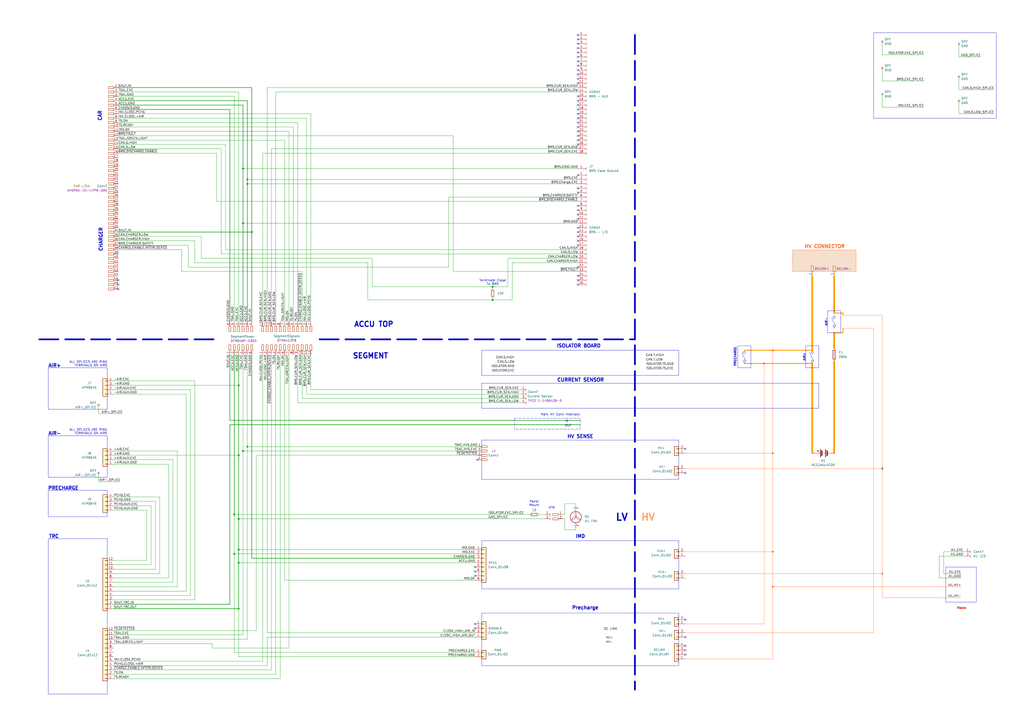
<source format=kicad_sch>
(kicad_sch (version 20231120) (generator "eeschema") (generator_version "8.0")
  (paper "A2")
  (title_block (title "LOOM - ACCUMULATOR"))
  (junction (at 143.51 106.68))
  (junction (at 448.31 320.04) (color 255 100 28 1))
  (junction (at 138.43 353.06))
  (junction (at 143.51 104.14))
  (junction (at 138.43 300.99))
  (junction (at 138.43 318.77))
  (junction (at 138.43 326.39))
  (junction (at 140.97 97.79))
  (junction (at 443.23 210.82) (color 255 100 28 1))
  (junction (at 143.51 259.08))
  (junction (at 511.81 332.74) (color 255 100 28 1))
  (junction (at 511.81 271.78))
  (junction (at 448.31 203.2) (color 255 100 28 1))
  (junction (at 448.31 340.36) (color 255 100 28 1))
  (junction (at 146.05 134.62))
  (junction (at 285.75 173.99))
  (junction (at 138.43 223.52))
  (junction (at 135.89 298.45))
  (junction (at 285.75 166.37))
  (junction (at 448.31 262.89) (color 255 100 28 1))
  (junction (at 135.89 321.31))
  (junction (at 140.97 261.62))
  (junction (at 140.97 129.54))
  (junction (at 138.43 264.16))
  (no_connect (at 68.58 167.64))
  (no_connect (at 68.58 162.56))
  (no_connect (at 335.28 142.24))
  (no_connect (at 335.28 22.86))
  (no_connect (at 335.28 162.56))
  (no_connect (at 335.28 45.72))
  (no_connect (at 335.28 48.26))
  (no_connect (at 335.28 63.5))
  (no_connect (at 335.28 55.88))
  (no_connect (at 335.28 160.02))
  (no_connect (at 335.28 68.58))
  (no_connect (at 335.28 124.46))
  (no_connect (at 335.28 127))
  (no_connect (at 397.51 379.73))
  (no_connect (at 335.28 71.12))
  (no_connect (at 335.28 134.62))
  (no_connect (at 397.51 369.57))
  (no_connect (at 335.28 76.2))
  (no_connect (at 335.28 33.02))
  (no_connect (at 335.28 111.76))
  (no_connect (at 335.28 137.16))
  (no_connect (at 397.51 377.19))
  (no_connect (at 335.28 60.96))
  (no_connect (at 397.51 374.65))
  (no_connect (at 335.28 30.48))
  (no_connect (at 276.86 266.7))
  (no_connect (at 335.28 109.22))
  (no_connect (at 335.28 83.82))
  (no_connect (at 335.28 101.6))
  (no_connect (at 335.28 132.08))
  (no_connect (at 335.28 165.1))
  (no_connect (at 335.28 25.4))
  (no_connect (at 397.51 260.35))
  (no_connect (at 335.28 27.94))
  (no_connect (at 335.28 43.18))
  (no_connect (at 335.28 78.74))
  (no_connect (at 335.28 20.32))
  (no_connect (at 275.59 328.93))
  (no_connect (at 335.28 35.56))
  (no_connect (at 335.28 58.42))
  (no_connect (at 275.59 361.95))
  (no_connect (at 335.28 121.92))
  (no_connect (at 335.28 139.7))
  (no_connect (at 335.28 38.1))
  (no_connect (at 335.28 119.38))
  (no_connect (at 275.59 364.49))
  (no_connect (at 335.28 73.66))
  (no_connect (at 335.28 81.28))
  (no_connect (at 397.51 274.32))
  (no_connect (at 275.59 331.47))
  (no_connect (at 335.28 66.04))
  (no_connect (at 397.51 359.41))
  (no_connect (at 335.28 154.94))
  (no_connect (at 68.58 165.1))
  (no_connect (at 275.59 334.01))
  (no_connect (at 335.28 40.64))
  (wire (pts (xy 152.4 88.9) (xy 152.4 186.69)))
  (wire (pts (xy 448.31 320.04) (xy 448.31 340.36)) (stroke (width 0) (color 255 100 28 1)))
  (polyline (pts (xy 471.805 209.55) (xy 471.805 208.915)))
  (wire (pts (xy 107.95 228.6) (xy 66.04 228.6)))
  (wire (pts (xy 334.01 307.34) (xy 334.01 306.07)))
  (wire (pts (xy 544.83 335.28) (xy 544.83 322.58)))
  (wire (pts (xy 483.87 193.04) (xy 483.87 201.93)) (stroke (width 1) (color 255 153 0 1)))
  (wire (pts (xy 327.66 292.1) (xy 334.01 292.1)))
  (wire (pts (xy 133.35 63.5) (xy 133.35 186.69)) (stroke (width 0.3)))
  (wire (pts (xy 68.58 53.34) (xy 138.43 53.34)))
  (wire (pts (xy 66.04 373.38) (xy 123.19 373.38)))
  (wire (pts (xy 511.81 46.99) (xy 535.94 46.99)))
  (wire (pts (xy 143.51 106.68) (xy 143.51 186.69)) (stroke (width 0.3)))
  (wire (pts (xy 511.81 182.88) (xy 488.95 182.88)) (stroke (width 0) (color 255 100 28 1)))
  (wire (pts (xy 327.66 300.99) (xy 327.66 307.34)))
  (polyline (pts (xy 368.3 20.32) (xy 368.3 400.05)) (stroke (width 1) (type dash)))
  (wire (pts (xy 66.04 223.52) (xy 138.43 223.52)))
  (wire (pts (xy 177.8 68.58) (xy 68.58 68.58)))
  (wire (pts (xy 488.95 190.5) (xy 488.95 193.04)) (stroke (width 0.5) (color 255 153 0 1)))
  (wire (pts (xy 397.51 262.89) (xy 448.31 262.89)) (stroke (width 0) (color 255 100 28 1)))
  (wire (pts (xy 213.36 173.99) (xy 285.75 173.99)))
  (wire (pts (xy 146.05 134.62) (xy 146.05 186.69)) (stroke (width 0.3)))
  (wire (pts (xy 140.97 60.96) (xy 68.58 60.96)) (stroke (width 0.3)))
  (wire (pts (xy 138.43 381) (xy 275.59 381)))
  (wire (pts (xy 483.87 181.61) (xy 483.87 160.02)) (stroke (width 1) (color 255 153 0 1)))
  (wire (pts (xy 68.58 58.42) (xy 143.51 58.42)) (stroke (width 0.3)))
  (wire (pts (xy 143.51 104.14) (xy 335.28 104.14)))
  (wire (pts (xy 175.26 231.14) (xy 302.26 231.14)))
  (wire (pts (xy 297.18 173.99) (xy 297.18 152.4)))
  (wire (pts (xy 90.17 290.83) (xy 66.04 290.83)))
  (wire (pts (xy 66.04 368.3) (xy 140.97 368.3)))
  (wire (pts (xy 172.72 71.12) (xy 68.58 71.12)))
  (wire (pts (xy 262.89 78.74) (xy 262.89 157.48)))
  (polyline (pts (xy 484.505 189.23) (xy 484.505 188.595)))
  (wire (pts (xy 123.19 373.38) (xy 123.19 375.92)))
  (wire (pts (xy 68.58 50.8) (xy 146.05 50.8)) (stroke (width 0.3)))
  (wire (pts (xy 68.58 63.5) (xy 133.35 63.5)) (stroke (width 0.3)))
  (wire (pts (xy 327.66 298.45) (xy 327.66 292.1)))
  (wire (pts (xy 180.34 66.04) (xy 180.34 186.69)))
  (wire (pts (xy 66.04 335.28) (xy 97.79 335.28)))
  (wire (pts (xy 154.94 186.69) (xy 154.94 50.8)))
  (wire (pts (xy 167.64 375.92) (xy 167.64 205.74)))
  (wire (pts (xy 488.95 181.61) (xy 488.95 182.88)) (stroke (width 0.5) (color 255 153 0 1)))
  (wire (pts (xy 66.04 386.08) (xy 154.94 386.08)))
  (polyline (pts (xy 482.6 184.785) (xy 482.6 184.15)))
  (wire (pts (xy 125.73 116.84) (xy 125.73 88.9)))
  (wire (pts (xy 66.04 226.06) (xy 110.49 226.06)))
  (wire (pts (xy 154.94 369.57) (xy 275.59 369.57)))
  (wire (pts (xy 138.43 318.77) (xy 275.59 318.77)))
  (wire (pts (xy 68.58 134.62) (xy 146.05 134.62)) (stroke (width 0.3)))
  (polyline (pts (xy 484.505 188.595) (xy 482.6 184.785)))
  (wire (pts (xy 544.83 322.58) (xy 560.07 322.58)))
  (polyline (pts (xy 471.17 210.185) (xy 471.17 210.82)))
  (wire (pts (xy 140.97 261.62) (xy 276.86 261.62)))
  (wire (pts (xy 556.26 44.45) (xy 556.26 52.07)))
  (wire (pts (xy 285.75 173.99) (xy 297.18 173.99)))
  (wire (pts (xy 511.81 62.23) (xy 535.94 62.23)))
  (wire (pts (xy 133.35 350.52) (xy 66.04 350.52)) (stroke (width 0.3)))
  (wire (pts (xy 294.64 149.86) (xy 335.28 149.86)))
  (wire (pts (xy 143.51 259.08) (xy 143.51 370.84)))
  (wire (pts (xy 165.1 186.69) (xy 165.1 81.28)))
  (wire (pts (xy 66.04 347.98) (xy 113.03 347.98)))
  (wire (pts (xy 167.64 186.69) (xy 167.64 76.2)))
  (wire (pts (xy 397.51 332.74) (xy 511.81 332.74)) (stroke (width 0) (color 255 100 28 1)))
  (wire (pts (xy 92.71 288.29) (xy 66.04 288.29)))
  (wire (pts (xy 275.59 336.55) (xy 165.1 336.55)))
  (wire (pts (xy 113.03 152.4) (xy 213.36 152.4)))
  (wire (pts (xy 138.43 300.99) (xy 138.43 318.77)) (stroke (width 0.3)))
  (wire (pts (xy 148.59 365.76) (xy 148.59 264.16)))
  (wire (pts (xy 471.17 160.02) (xy 471.17 203.2)) (stroke (width 1) (color 255 153 0 1)))
  (wire (pts (xy 92.71 332.74) (xy 92.71 288.29)))
  (wire (pts (xy 160.02 53.34) (xy 160.02 186.69)))
  (wire (pts (xy 66.04 391.16) (xy 160.02 391.16)))
  (polyline (pts (xy 471.17 203.835) (xy 471.17 203.2)))
  (wire (pts (xy 66.04 365.76) (xy 148.59 365.76)))
  (wire (pts (xy 130.81 144.78) (xy 335.28 144.78)))
  (wire (pts (xy 215.9 149.86) (xy 116.84 149.86)))
  (wire (pts (xy 556.26 25.4) (xy 556.26 33.02)))
  (wire (pts (xy 285.75 166.37) (xy 215.9 166.37)))
  (wire (pts (xy 448.31 340.36) (xy 557.53 340.36)) (stroke (width 0) (color 255 100 28 1)))
  (wire (pts (xy 557.53 332.74) (xy 547.37 332.74)))
  (wire (pts (xy 165.1 81.28) (xy 68.58 81.28)))
  (wire (pts (xy 140.97 97.79) (xy 140.97 129.54)) (stroke (width 0.3)))
  (wire (pts (xy 557.53 335.28) (xy 544.83 335.28)))
  (wire (pts (xy 66.04 388.62) (xy 157.48 388.62)))
  (wire (pts (xy 506.73 190.5) (xy 488.95 190.5)) (stroke (width 0) (color 255 100 28 1)))
  (wire (pts (xy 431.8 210.82) (xy 443.23 210.82)) (stroke (width 0.5) (color 255 153 0 1)))
  (wire (pts (xy 140.97 261.62) (xy 140.97 368.3)))
  (wire (pts (xy 107.95 342.9) (xy 107.95 228.6)))
  (wire (pts (xy 133.35 246.38) (xy 133.35 350.52)) (stroke (width 0.3)))
  (wire (pts (xy 397.51 320.04) (xy 448.31 320.04)) (stroke (width 0) (color 255 100 28 1)))
  (wire (pts (xy 297.18 152.4) (xy 335.28 152.4)))
  (wire (pts (xy 138.43 223.52) (xy 138.43 264.16)) (stroke (width 0.3)))
  (wire (pts (xy 135.89 321.31) (xy 275.59 321.31)))
  (wire (pts (xy 157.48 186.69) (xy 157.48 86.36)))
  (wire (pts (xy 110.49 345.44) (xy 66.04 345.44)))
  (wire (pts (xy 100.33 337.82) (xy 66.04 337.82)))
  (wire (pts (xy 113.03 139.7) (xy 113.03 152.4)))
  (wire (pts (xy 133.35 243.84) (xy 133.35 205.74)) (stroke (width 0.3)))
  (wire (pts (xy 152.4 88.9) (xy 335.28 88.9)))
  (wire (pts (xy 100.33 266.7) (xy 100.33 337.82)))
  (wire (pts (xy 90.17 330.2) (xy 90.17 290.83)))
  (wire (pts (xy 68.58 88.9) (xy 125.73 88.9)))
  (wire (pts (xy 547.37 320.04) (xy 560.07 320.04)))
  (wire (pts (xy 68.58 86.36) (xy 128.27 86.36)))
  (wire (pts (xy 66.04 325.12) (xy 85.09 325.12)))
  (wire (pts (xy 133.35 243.84) (xy 336.55 243.84)) (stroke (width 0.3)))
  (wire (pts (xy 213.36 152.4) (xy 213.36 173.99)))
  (wire (pts (xy 140.97 205.74) (xy 140.97 261.62)))
  (wire (pts (xy 177.8 186.69) (xy 177.8 68.58)))
  (wire (pts (xy 138.43 300.99) (xy 316.23 300.99)))
  (wire (pts (xy 177.8 228.6) (xy 177.8 205.74)))
  (wire (pts (xy 172.72 233.68) (xy 172.72 205.74)))
  (wire (pts (xy 175.26 186.69) (xy 175.26 157.48)))
  (wire (pts (xy 443.23 361.95) (xy 443.23 210.82)) (stroke (width 0) (color 255 100 28 1)))
  (wire (pts (xy 133.35 246.38) (xy 336.55 246.38)) (stroke (width 0.3)))
  (wire (pts (xy 110.49 226.06) (xy 110.49 345.44)))
  (wire (pts (xy 68.58 139.7) (xy 113.03 139.7)))
  (wire (pts (xy 135.89 298.45) (xy 135.89 205.74)) (stroke (width 0.3)))
  (wire (pts (xy 143.51 58.42) (xy 143.51 104.14)) (stroke (width 0.3)))
  (polyline (pts (xy 431.8 203.835) (xy 431.8 203.2)))
  (wire (pts (xy 68.58 55.88) (xy 135.89 55.88)))
  (wire (pts (xy 57.15 279.4) (xy 57.15 274.32)))
  (polyline (pts (xy 432.435 208.915) (xy 430.53 205.105)))
  (wire (pts (xy 68.58 142.24) (xy 109.22 142.24)))
  (wire (pts (xy 215.9 166.37) (xy 215.9 149.86)))
  (wire (pts (xy 180.34 226.06) (xy 180.34 205.74)))
  (wire (pts (xy 448.31 340.36) (xy 448.31 382.27)) (stroke (width 0) (color 255 100 28 1)))
  (wire (pts (xy 162.56 205.74) (xy 162.56 393.7)))
  (wire (pts (xy 138.43 326.39) (xy 275.59 326.39)))
  (wire (pts (xy 471.17 262.89) (xy 472.44 262.89)) (stroke (width 0.5) (color 255 153 0 1)))
  (wire (pts (xy 285.75 166.37) (xy 285.75 167.64)))
  (wire (pts (xy 140.97 97.79) (xy 335.28 97.79)))
  (wire (pts (xy 140.97 129.54) (xy 335.28 129.54)))
  (wire (pts (xy 260.35 154.94) (xy 260.35 114.3)))
  (wire (pts (xy 87.63 293.37) (xy 66.04 293.37)))
  (wire (pts (xy 260.35 114.3) (xy 335.28 114.3)))
  (wire (pts (xy 97.79 269.24) (xy 66.04 269.24)))
  (wire (pts (xy 102.87 340.36) (xy 102.87 261.62)))
  (wire (pts (xy 326.39 298.45) (xy 327.66 298.45)))
  (wire (pts (xy 130.81 83.82) (xy 68.58 83.82)))
  (wire (pts (xy 443.23 210.82) (xy 471.17 210.82)) (stroke (width 0.5) (color 255 153 0 1)))
  (wire (pts (xy 556.26 52.07) (xy 576.58 52.07)))
  (wire (pts (xy 397.51 271.78) (xy 511.81 271.78)) (stroke (width 0) (color 255 100 28 1)))
  (wire (pts (xy 262.89 157.48) (xy 335.28 157.48)))
  (wire (pts (xy 294.64 149.86) (xy 294.64 166.37)))
  (wire (pts (xy 511.81 271.78) (xy 511.81 332.74)) (stroke (width 0) (color 255 100 28 1)))
  (wire (pts (xy 556.26 66.04) (xy 576.58 66.04)))
  (wire (pts (xy 85.09 295.91) (xy 66.04 295.91)))
  (wire (pts (xy 57.15 240.03) (xy 57.15 234.95)))
  (wire (pts (xy 511.81 39.37) (xy 511.81 46.99)))
  (wire (pts (xy 154.94 369.57) (xy 154.94 386.08)))
  (wire (pts (xy 397.51 382.27) (xy 448.31 382.27)) (stroke (width 0) (color 255 100 28 1)))
  (wire (pts (xy 180.34 226.06) (xy 302.26 226.06)))
  (wire (pts (xy 511.81 31.75) (xy 535.94 31.75)))
  (wire (pts (xy 175.26 157.48) (xy 105.41 157.48)))
  (wire (pts (xy 85.09 325.12) (xy 85.09 295.91)))
  (wire (pts (xy 327.66 307.34) (xy 334.01 307.34)))
  (wire (pts (xy 128.27 86.36) (xy 128.27 147.32)))
  (wire (pts (xy 138.43 326.39) (xy 138.43 353.06)) (stroke (width 0.3)))
  (wire (pts (xy 66.04 332.74) (xy 92.71 332.74)))
  (wire (pts (xy 135.89 55.88) (xy 135.89 186.69)))
  (wire (pts (xy 511.81 271.78) (xy 511.81 182.88)) (stroke (width 0) (color 255 100 28 1)))
  (wire (pts (xy 326.39 300.99) (xy 327.66 300.99)))
  (wire (pts (xy 488.95 193.04) (xy 483.87 193.04)) (stroke (width 0.5) (color 255 153 0 1)))
  (wire (pts (xy 102.87 261.62) (xy 66.04 261.62)))
  (wire (pts (xy 57.15 279.4) (xy 69.85 279.4)))
  (wire (pts (xy 66.04 353.06) (xy 138.43 353.06)) (stroke (width 0.3)))
  (wire (pts (xy 66.04 383.54) (xy 152.4 383.54)))
  (wire (pts (xy 285.75 172.72) (xy 285.75 173.99)))
  (wire (pts (xy 511.81 54.61) (xy 511.81 62.23)))
  (polyline (pts (xy 432.435 209.55) (xy 432.435 208.915)))
  (wire (pts (xy 483.87 209.55) (xy 483.87 262.89)) (stroke (width 1) (color 255 153 0 1)))
  (wire (pts (xy 506.73 367.03) (xy 506.73 190.5)) (stroke (width 0) (color 255 100 28 1)))
  (wire (pts (xy 397.51 367.03) (xy 506.73 367.03)) (stroke (width 0) (color 255 100 28 1)))
  (wire (pts (xy 130.81 144.78) (xy 130.81 83.82)))
  (polyline (pts (xy 22.86 196.85) (xy 125.73 196.85)) (stroke (width 1) (type dash)))
  (wire (pts (xy 431.8 203.2) (xy 448.31 203.2)) (stroke (width 0.5) (color 255 153 0 1)))
  (wire (pts (xy 123.19 375.92) (xy 167.64 375.92)))
  (wire (pts (xy 57.15 240.03) (xy 71.12 240.03)))
  (polyline (pts (xy 185.42 196.85) (xy 368.3 196.85)) (stroke (width 1) (type dash)))
  (wire (pts (xy 68.58 66.04) (xy 180.34 66.04)))
  (wire (pts (xy 312.42 298.45) (xy 316.23 298.45)))
  (wire (pts (xy 157.48 86.36) (xy 335.28 86.36)))
  (wire (pts (xy 66.04 340.36) (xy 102.87 340.36)))
  (wire (pts (xy 556.26 33.02) (xy 568.96 33.02)))
  (wire (pts (xy 448.31 320.04) (xy 448.31 262.89)) (stroke (width 0) (color 255 100 28 1)))
  (wire (pts (xy 334.01 292.1) (xy 334.01 293.37)))
  (wire (pts (xy 511.81 24.13) (xy 511.81 31.75)))
  (wire (pts (xy 97.79 335.28) (xy 97.79 269.24)))
  (wire (pts (xy 143.51 104.14) (xy 143.51 106.68)) (stroke (width 0.3)))
  (wire (pts (xy 152.4 205.74) (xy 152.4 383.54)))
  (wire (pts (xy 160.02 391.16) (xy 160.02 205.74)))
  (wire (pts (xy 175.26 231.14) (xy 175.26 205.74)))
  (wire (pts (xy 172.72 186.69) (xy 172.72 71.12)))
  (wire (pts (xy 157.48 388.62) (xy 157.48 205.74)))
  (wire (pts (xy 160.02 53.34) (xy 335.28 53.34)))
  (wire (pts (xy 170.18 73.66) (xy 68.58 73.66)))
  (wire (pts (xy 146.05 323.85) (xy 275.59 323.85)) (stroke (width 0.3)))
  (wire (pts (xy 448.31 262.89) (xy 448.31 203.2)) (stroke (width 0) (color 255 100 28 1)))
  (wire (pts (xy 68.58 78.74) (xy 262.89 78.74)))
  (wire (pts (xy 177.8 228.6) (xy 302.26 228.6)))
  (wire (pts (xy 138.43 205.74) (xy 138.43 223.52)) (stroke (width 0.3)))
  (wire (pts (xy 138.43 300.99) (xy 138.43 264.16)) (stroke (width 0.3)))
  (wire (pts (xy 448.31 203.2) (xy 471.17 203.2)) (stroke (width 0.5) (color 255 153 0 1)))
  (wire (pts (xy 66.04 264.16) (xy 138.43 264.16)))
  (wire (pts (xy 66.04 370.84) (xy 143.51 370.84)))
  (wire (pts (xy 66.04 342.9) (xy 107.95 342.9)))
  (wire (pts (xy 547.37 332.74) (xy 547.37 320.04)))
  (wire (pts (xy 143.51 205.74) (xy 143.51 259.08)))
  (wire (pts (xy 511.81 346.71) (xy 557.53 346.71)) (stroke (width 0) (color 255 100 28 1)))
  (wire (pts (xy 66.04 330.2) (xy 90.17 330.2)))
  (wire (pts (xy 143.51 259.08) (xy 276.86 259.08)))
  (wire (pts (xy 397.51 361.95) (xy 443.23 361.95)) (stroke (width 0) (color 255 100 28 1)))
  (wire (pts (xy 138.43 53.34) (xy 138.43 186.69)))
  (wire (pts (xy 335.28 116.84) (xy 125.73 116.84)))
  (wire (pts (xy 135.89 321.31) (xy 135.89 378.46)))
  (wire (pts (xy 167.64 76.2) (xy 68.58 76.2)))
  (polyline (pts (xy 483.87 183.515) (xy 483.87 182.88)))
  (wire (pts (xy 154.94 50.8) (xy 335.28 50.8)))
  (wire (pts (xy 140.97 60.96) (xy 140.97 97.79)) (stroke (width 0.3)))
  (wire (pts (xy 68.58 144.78) (xy 105.41 144.78)))
  (wire (pts (xy 135.89 378.46) (xy 275.59 378.46)))
  (wire (pts (xy 170.18 186.69) (xy 170.18 73.66)))
  (wire (pts (xy 154.94 367.03) (xy 275.59 367.03)))
  (polyline (pts (xy 469.9 205.105) (xy 469.9 204.47)))
  (polyline (pts (xy 471.805 208.915) (xy 469.9 205.105)))
  (wire (pts (xy 483.87 262.89) (xy 482.6 262.89)) (stroke (width 0.5) (color 255 153 0 1)))
  (wire (pts (xy 113.03 347.98) (xy 113.03 220.98)))
  (wire (pts (xy 165.1 336.55) (xy 165.1 205.74)))
  (wire (pts (xy 135.89 298.45) (xy 135.89 321.31)))
  (wire (pts (xy 68.58 137.16) (xy 116.84 137.16)))
  (wire (pts (xy 172.72 233.68) (xy 302.26 233.68)))
  (wire (pts (xy 556.26 58.42) (xy 556.26 66.04)))
  (wire (pts (xy 488.95 181.61) (xy 483.87 181.61)) (stroke (width 0.5) (color 255 153 0 1)))
  (wire (pts (xy 162.56 393.7) (xy 66.04 393.7)))
  (wire (pts (xy 138.43 318.77) (xy 138.43 326.39)) (stroke (width 0.3)))
  (wire (pts (xy 66.04 327.66) (xy 87.63 327.66)))
  (polyline (pts (xy 430.53 205.105) (xy 430.53 204.47)))
  (wire (pts (xy 148.59 264.16) (xy 276.86 264.16)))
  (wire (pts (xy 146.05 205.74) (xy 146.05 323.85)) (stroke (width 0.3)))
  (wire (pts (xy 109.22 154.94) (xy 260.35 154.94)))
  (wire (pts (xy 116.84 149.86) (xy 116.84 137.16)))
  (wire (pts (xy 66.04 266.7) (xy 100.33 266.7)))
  (wire (pts (xy 128.27 147.32) (xy 335.28 147.32)))
  (wire (pts (xy 113.03 220.98) (xy 66.04 220.98)))
  (wire (pts (xy 140.97 129.54) (xy 140.97 186.69)) (stroke (width 0.3)))
  (wire (pts (xy 138.43 381) (xy 138.43 353.06)))
  (wire (pts (xy 146.05 50.8) (xy 146.05 134.62)) (stroke (width 0.3)))
  (wire (pts (xy 87.63 327.66) (xy 87.63 293.37)))
  (wire (pts (xy 105.41 157.48) (xy 105.41 144.78)))
  (wire (pts (xy 109.22 142.24) (xy 109.22 154.94)))
  (wire (pts (xy 511.81 346.71) (xy 511.81 332.74)) (stroke (width 0) (color 255 100 28 1)))
  (wire (pts (xy 143.51 106.68) (xy 335.28 106.68)))
  (wire (pts (xy 294.64 166.37) (xy 285.75 166.37)))
  (wire (pts (xy 154.94 205.74) (xy 154.94 367.03)))
  (wire (pts (xy 471.17 210.82) (xy 471.17 262.89)) (stroke (width 1) (color 255 153 0 1)))
  (polyline (pts (xy 483.87 189.865) (xy 483.87 190.5)))
  (polyline (pts (xy 431.8 210.185) (xy 431.8 210.82)))
  (wire (pts (xy 135.89 298.45) (xy 307.34 298.45)))
  (rectangle (start 459.74 145.034) (end 496.57 157.48) (stroke (width 0) (color 255 100 28 1)) (fill (type color) (color 204 102 0 0.2)))
  (rectangle (start 566.42 349.25) (end 548.64 328.93))
  (circle (center 431.8 204.47) (radius 0.635))
  (circle (center 483.87 189.23) (radius 0.635))
  (circle (center 471.17 204.47) (radius 0.635))
  (rectangle (start 27.94 312.42) (end 62.23 402.59))
  (rectangle (start 279.4 313.69) (end 393.7 341.63))
  (rectangle (start 27.94 252.73) (end 62.23 276.86))
  (rectangle (start 279.4 355.6) (end 393.7 386.08))
  (rectangle (start 279.4 203.2) (end 393.7 217.805))
  (rectangle (start 279.4 255.27) (end 393.7 278.13))
  (circle (center 471.17 209.55) (radius 0.635))
  (rectangle (start 467.36 213.36) (end 474.98 200.66))
  (circle (center 483.87 184.15) (radius 0.635))
  (rectangle (start 427.99 213.36) (end 435.61 200.66))
  (rectangle (start 506.73 19.05) (end 577.85 68.58))
  (rectangle (start 27.94 213.36) (end 62.23 237.49))
  (rectangle (start 298.45 242.57) (end 336.55 248.92) (stroke (width 0) (type dash)))
  (rectangle (start 279.4 222.25) (end 474.98 236.855))
  (rectangle (start 27.94 284.48) (end 62.23 299.72))
  (rectangle (start 480.06 193.04) (end 487.68 180.34))
  (circle (center 431.8 209.55) (radius 0.635))
  (text "ALL SPLICES ARE RING\nTERMINALS ON AIRS" (at 62.23 252.222 0) (effects (font (size 1.27 1.27)) (justify right bottom)))
  (text "CURRENT SENSOR\n" (at 323.088 221.742 0) (effects (font (size 2 2) (bold yes)) (justify left bottom)))
  (text "SEGMENT\n" (at 204.47 208.28 0) (effects (font (size 3 3) (bold yes)) (justify left bottom)))
  (text "ALL SPLICES ARE RING\nTERMINALS ON AIRS" (at 62.23 212.852 0) (effects (font (size 1.27 1.27)) (justify right bottom)))
  (text "Terminate Close\nTo BMS" (at 285.75 163.83 0) (effects (font (size 1.27 1.27))))
  (text "IMD" (at 333.756 312.42 0) (effects (font (size 2 2) (bold yes)) (justify left bottom)))
  (text "Panel\nMount" (at 309.88 292.1 0) (effects (font (size 1.27 1.27))))
  (text "HV\n" (at 371.602 302.514 0) (effects (font (size 4 4) (bold yes)) (justify left bottom)))
  (text "ISOLATOR BOARD\n" (at 322.834 201.93 0) (effects (font (size 2 2) (bold yes)) (justify left bottom)))
  (text "Molex" (at 554.99 353.568 0) (effects (font (size 1.27 1.27) (thickness 0.254) (bold yes)) (justify left bottom)))
  (text "Main HV Conn Interlock" (at 313.69 241.3 0) (effects (font (size 1.27 1.27)) (justify left bottom)))
  (text "AIR+" (at 467.36 209.55 90) (effects (font (size 1.27 1.27) (thickness 0.254) (bold yes)) (justify left bottom)))
  (text "IN" (at 327.66 245.11 0) (effects (font (size 1.27 1.27)) (justify left bottom)))
  (text "CAR" (at 59.182 70.358 90) (effects (font (size 2 2) (bold yes)) (justify left bottom)))
  (text "AIR-" (at 480.06 189.23 90) (effects (font (size 1.27 1.27) (thickness 0.254) (bold yes)) (justify left bottom)))
  (text "Precharge" (at 331.724 353.822 0) (effects (font (size 2 2) (thickness 0.4) (bold yes)) (justify left bottom)))
  (text "OUT" (at 327.66 247.65 0) (effects (font (size 1.27 1.27)) (justify left bottom)))
  (text "PRECHARGE\n" (at 427.228 212.598 90) (effects (font (size 1.27 1.27) (thickness 0.254) (bold yes)) (justify left bottom)))
  (text "ATM" (at 320.04 294.64 0) (effects (font (size 1.27 1.27))))
  (text "PRECHARGE" (at 45.72 284.48 0) (effects (font (size 2 2) (bold yes)) (justify right bottom)))
  (text "HV CONNECTOR\n" (at 466.598 144.272 0) (effects (font (size 2 2) (thickness 0.4) (bold yes)) (justify left bottom)))
  (text "ACCU TOP\n" (at 205.232 189.992 0) (effects (font (size 3 3) (bold yes)) (justify left bottom)))
  (text "CHARGER\n" (at 59.69 146.05 90) (effects (font (size 2 2) (bold yes)) (justify left bottom)))
  (text "TRC" (at 34.29 312.42 0) (effects (font (size 2 2) (bold yes)) (justify right bottom)))
  (text "AIR-" (at 35.56 252.73 0) (effects (font (size 2 2) (bold yes)) (justify right bottom)))
  (text "HV SENSE" (at 328.93 254.508 0) (effects (font (size 2 2) (bold yes)) (justify left bottom)))
  (text "LV\n" (at 356.87 302.514 0) (effects (font (size 4 4) (bold yes)) (justify left bottom)))
  (text "AIR+" (at 35.56 213.36 0) (effects (font (size 2 2) (bold yes)) (justify right bottom)))
  (label "TSAL.GND" (at 135.89 186.69 90))
  (label "BMS.EXC" (at 335.28 104.14 180))
  (label "GND_SPLICE" (at 283.21 300.99 0))
  (label "SHUT.IN" (at 133.35 205.74 270))
  (label "CHASSIS.GND" (at 68.58 63.5 0))
  (label "GND_SPLICE" (at 568.96 33.02 180))
  (label "SHUT.IN" (at 68.58 134.62 0))
  (label "~{CHARGE.ENABLE.INTERLOCKED}" (at 66.04 388.62 0))
  (label "SHUT.IN" (at 146.05 186.69 90))
  (label "~{BMS.DISCHARGE.ENABLE}" (at 68.58 88.9 0))
  (label "+AIR.AUX.GND" (at 66.04 269.24 0))
  (label "INV.CLOSE.PCHG" (at 152.4 205.74 270))
  (label "TSAL.EXC" (at 68.58 53.34 0))
  (label "CLOSE_HIGH_AIR_OUT" (at 275.59 369.57 180))
  (label "BMS.CUR_SEN.EXC" (at 300.99 226.06 180))
  (label "TSAL.EXC" (at 140.97 205.74 270))
  (label "TSAL.GND" (at 143.51 205.74 270))
  (label "CAN.S.HIGH_SPLICE" (at 576.58 52.07 180))
  (label "HV+" (at 355.6 370.84 180))
  (label "CAN.S.LOW" (at 335.28 147.32 180))
  (label "BMS.CUR_SEN.EXC" (at 335.28 88.9 180))
  (label "ISOLATOR.EXC_SPLICE" (at 535.94 31.75 180))
  (label "BMS.CUR_SEN.HIGH" (at 154.94 186.69 90))
  (label "ACCU.EXC" (at 68.58 58.42 0))
  (label "CAN.S.HIGH" (at 68.58 83.82 0))
  (label "CAN.S.LOW_SPLICE" (at 576.58 66.04 180))
  (label "CAN.CHARGER.HIGH" (at 335.28 152.4 180))
  (label "CAN.CHARGER.LOW" (at 335.28 149.86 180))
  (label "CHASSIS.GND" (at 133.35 186.69 90))
  (label "BMS.CUR_SEN.HIGH" (at 177.8 205.74 270))
  (label "ACCU.GND" (at 275.59 326.39 180))
  (label "~{CHARGE.ENABLE.INTERLOCKED}" (at 68.58 144.78 0))
  (label "ISOLATOR.GND" (at 298.45 213.36 180))
  (label "BMS.CUR_SEN.LOW" (at 160.02 186.69 90))
  (label "BMS.CUR_SEN.HIGH" (at 300.99 228.6 180))
  (label "INV.CLOSE.+AIR" (at 68.58 68.58 0))
  (label "-AIR.EXC" (at 66.04 220.98 0))
  (label "~{TS.DETECTED}" (at 66.04 365.76 0))
  (label "TSAL.GREEN.LIGHT" (at 165.1 186.69 90))
  (label "SHUT.TRC.OUT" (at 66.04 353.06 0))
  (label "+AIR.GND" (at 66.04 264.16 0))
  (label "BMS.CUR_SEN.GND" (at 300.99 231.14 180))
  (label "ISOLATOR.TS.EXC" (at 374.65 214.63 0))
  (label "ISOLATOR.EXC_SPLICE" (at 283.21 298.45 0))
  (label "CAN.S.LOW" (at 298.45 210.82 180))
  (label "~{TS.DETECTED}" (at 276.86 264.16 180))
  (label "CAN.T.LOW" (at 374.65 209.55 0))
  (label "PCHG.AUX.EXC" (at 66.04 293.37 0))
  (label "~{CHARGE.ENABLE.INTERLOCKED}" (at 157.48 205.74 270))
  (label "BMS.CUR_SEN.GND" (at 335.28 86.36 180))
  (label "IMD.OK" (at 68.58 76.2 0))
  (label "TS.ON" (at 160.02 205.74 270))
  (label "HV-" (at 355.6 373.38 180))
  (label "TS.ON" (at 68.58 71.12 0))
  (label "BMS.CUR_SEN.LOW" (at 300.99 233.68 180))
  (label "BMS.CUR_SEN.GND" (at 157.48 186.69 90))
  (label "BMS.CUR_SEN.LOW" (at 335.28 53.34 180))
  (label "~{BMS.FAULT}" (at 335.28 157.48 180))
  (label "TSAL.GREEN.LIGHT" (at 167.64 205.74 270))
  (label "TS.READY" (at 170.18 186.69 90))
  (label "TS.READY" (at 66.04 393.7 0))
  (label "IMD.OK" (at 167.64 186.69 90))
  (label "AIL.GND" (at 558.8 322.58 180))
  (label "BMS.CUR_SEN.GND" (at 175.26 205.74 270))
  (label "CAN.S.HIGH" (at 298.45 208.28 180))
  (label "AIR-_SPLICE" (at 69.85 279.4 180))
  (label "~{BMS.DISCHARGE.ENABLE}" (at 335.28 116.84 180))
  (label "CAN.CHARGER.HIGH" (at 68.58 139.7 0))
  (label "ACCU.GND" (at 68.58 60.96 0))
  (label "CAN.S.HIGH" (at 335.28 144.78 180))
  (label "IMD.GND" (at 275.59 318.77 180))
  (label "BMS.GND" (at 335.28 129.54 180))
  (label "BMS.CHARGER.SAFETY" (at 335.28 114.3 180))
  (label "INV.CLOSE.+AIR" (at 177.8 186.69 90))
  (label "ISOLATOR.EXC" (at 298.45 215.9 180))
  (label "PCHG.AUX.GND" (at 66.04 295.91 0))
  (label "CAN.T.HIGH" (at 374.65 207.01 0))
  (label "PCHG.EXC" (at 66.04 288.29 0))
  (label "-AIR.AUX.EXC" (at 66.04 226.06 0))
  (label "ACCU.EXC" (at 135.89 205.74 270))
  (label "TSAL.EXC" (at 138.43 186.69 90))
  (label "PCHG.CLOSE.+AIR" (at 66.04 386.08 0))
  (label "AIL.HV-" (at 557.53 346.71 180))
  (label "TS.ON" (at 66.04 391.16 0))
  (label "+AIR.EXC" (at 66.04 261.62 0))
  (label "INV.CLOSE.PCHG" (at 68.58 66.04 0))
  (label "SHUT.IN" (at 68.58 50.8 0))
  (label "IMD.EXC_SPLICE" (at 535.94 62.23 180))
  (label "ACCU.GND" (at 140.97 186.69 90))
  (label "AIL.HV+" (at 557.53 340.36 180))
  (label "INV.CLOSE.PCHG" (at 66.04 383.54 0))
  (label "~{CHARGE.ENABLE.INTERLOCKED}" (at 175.26 186.69 90))
  (label "PRECHARGE.EXC" (at 275.59 378.46 180))
  (label "TSAL.GREEN.LIGHT" (at 68.58 81.28 0))
  (label "BMS.CUR_SEN.EXC" (at 180.34 205.74 270))
  (label "BMS.CUR_SEN.EXC" (at 152.4 186.69 90))
  (label "BMS.CASE.GND" (at 335.28 97.79 180))
  (label "TSAL.EXC" (at 66.04 368.3 0))
  (label "DC LINK" (at 358.14 365.76 180))
  (label "BMS.CUR_SEN.HIGH" (at 335.28 50.8 180))
  (label "IMD.OK" (at 275.59 336.55 180))
  (label "AIL.EXC" (at 558.8 320.04 180))
  (label "BMS.CHARGER.SAFETY" (at 68.58 142.24 0))
  (label "-AIR.AUX.GND" (at 66.04 228.6 0))
  (label "TSAC.HVS.GND" (at 276.86 259.08 180))
  (label "CHASSIS.GND" (at 146.05 205.74 270))
  (label "ACCU.EXC" (at 143.51 186.69 90))
  (label "-AIR.GND" (at 66.04 223.52 0))
  (label "BMS.Charge.EXC" (at 335.28 106.68 180))
  (label "ISOLATOR.TS.GND" (at 374.65 212.09 0))
  (label "CHASSIS.GND" (at 275.59 323.85 180))
  (label "AIR+_SPLICE" (at 71.12 240.03 180))
  (label "SHUT.TRC.IN" (at 66.04 350.52 0))
  (label "INV.CLOSE.PCHG" (at 180.34 186.69 90))
  (label "IMD.OK" (at 165.1 205.74 270))
  (label "CAN.S.LOW" (at 68.58 86.36 0))
  (label "AIL.GND" (at 557.53 335.28 180))
  (label "AIL.EXC" (at 557.53 332.74 180))
  (label "CLOSE_HIGH_AIR_IN" (at 275.59 367.03 180))
  (label "PRECHARGE.GND" (at 275.59 381 180))
  (label "+AIR.AUX.EXC" (at 66.04 266.7 0))
  (label "TSAL.GREEN.LIGHT" (at 66.04 373.38 0))
  (label "TSAL.GND" (at 68.58 55.88 0))
  (label "TSAC.HVS.EXC" (at 276.86 261.62 180))
  (label "BMS.CUR_SEN.LOW" (at 172.72 205.74 270))
  (label "PCHG.GND" (at 66.04 290.83 0))
  (label "BMS.EXC_SPLICE" (at 535.94 46.99 180))
  (label "ACCU.GND" (at 138.43 205.74 270))
  (label "TS.READY" (at 162.56 205.74 270))
  (label "CAN.CHARGER.LOW" (at 68.58 137.16 0))
  (label "TS.ON" (at 172.72 186.69 90))
  (label "~{BMS.FAULT}" (at 68.58 78.74 0))
  (label "TSAL.GND" (at 66.04 370.84 0))
  (label "TS.READY" (at 68.58 73.66 0))
  (label "INV.CLOSE.+AIR" (at 154.94 205.74 270))
  (label "IMD.EXC" (at 275.59 321.31 180))
  (hierarchical_label "CAR I{slash}O" (shape bidirectional) (at 52.07 107.95 180))
  (symbol (lib_id "Connector:TestPoint_Small") (at 511.81 24.13 0) (unit 1)
    (property "Reference" "SP?" (at 513.08 22.86 0) (effects (justify left)))
    (property "Value" "GND" (at 513.08 25.4 0) (effects (justify left)))
  )
  (symbol (lib_id "Connectors_SUFST:Current Sensor Connector") (at 302.895 235.585 180) (unit 1)
    (property "Reference" "Conn?" (at 306.07 227.3296 0) (effects (justify right)))
    (property "Value" "Current Sensor" (at 306.07 229.8696 0) (effects (justify right)))
    (property "P/N" "TYCO 1-1456426-5" (at 306.07 232.4096 0) (effects (justify right)))
  )
  (symbol (lib_id "Device:Battery") (at 477.52 262.89 90) (unit 1)
    (property "Reference" "A1" (at 477.52 267.208 90))
    (property "Value" "ACCUMULATOR" (at 477.52 269.748 90))
    (property "Description" "Multiple-cell battery" (effects (hide yes)))
  )
  (symbol (lib_id "Connector_Generic:Conn_01x02") (at 392.43 335.28 180) (unit 1)
    (property "Reference" "XLA-" (at 384.302 331.724 0))
    (property "Value" "Conn_01x02" (at 384.302 334.264 0))
    (property "Description" "Generic connector, single row, 01x02, script generated (kicad-library-utils/schlib/autogen/connector/)" (effects (hide yes)))
  )
  (symbol (lib_id "Connector_Generic:Conn_01x04") (at 60.96 266.7 180) (unit 1)
    (property "Reference" "J6" (at 51.816 262.89 0))
    (property "Value" "ATM064S" (at 51.816 265.43 0))
    (property "Description" "Generic connector, single row, 01x04, script generated (kicad-library-utils/schlib/autogen/connector/)" (effects (hide yes)))
  )
  (symbol (lib_id "Connector:TestPoint_Small") (at 511.81 39.37 0) (unit 1)
    (property "Reference" "SP?" (at 513.08 38.1 0) (effects (justify left)))
    (property "Value" "GND" (at 513.08 40.64 0) (effects (justify left)))
  )
  (symbol (lib_id "Connector_Generic:Conn_01x02") (at 392.43 322.58 180) (unit 1)
    (property "Reference" "XLA+" (at 383.54 319.532 0))
    (property "Value" "Conn_01x02" (at 383.54 322.072 0))
    (property "Description" "Generic connector, single row, 01x02, script generated (kicad-library-utils/schlib/autogen/connector/)" (effects (hide yes)))
  )
  (symbol (lib_id "Motor:Fan") (at 334.01 300.99 0) (unit 1)
    (property "Reference" "M1" (at 339.09 299.7199 0) (effects (justify left)))
    (property "Value" "AIL FAN" (at 339.09 302.2599 0) (effects (justify left)))
    (property "Description" "Fan" (effects (hide yes)))
  )
  (symbol (lib_id "Connector_Generic:Conn_01x02") (at 392.43 262.89 180) (unit 1)
    (property "Reference" "HV+" (at 383.54 259.842 0))
    (property "Value" "Conn_01x02" (at 383.54 262.382 0))
    (property "Description" "Generic connector, single row, 01x02, script generated (kicad-library-utils/schlib/autogen/connector/)" (effects (hide yes)))
  )
  (symbol (lib_id "Connectors_SUFST:Deutsch_DTM_6P_Pin") (at 128.905 188.595 90) (unit 1)
    (property "Reference" "SegmentPower1" (effects (hide yes)))
    (property "Value" "Deutsch_DTM_6P_Pin" (effects (hide yes)))
    (property "P/N" "DTM046P-E003" (effects (hide yes)))
  )
  (symbol (lib_id "Connector:TestPoint_Small") (at 556.26 58.42 0) (unit 1)
    (property "Reference" "SP?" (at 557.53 57.15 0) (effects (justify left)))
    (property "Value" "GND" (at 557.53 59.69 0) (effects (justify left)))
  )
  (symbol (lib_id "Connectors_SUFST:Molex_2x1S_Recepticle") (at 560.705 324.485 180) (unit 1)
    (property "Reference" "Conn?" (at 564.515 320.0395 0) (effects (justify right)))
    (property "Value" "AIL LED" (at 564.515 322.5795 0) (effects (justify right)))
    (property "P/N" "43645-0200" (effects (hide yes)))
  )
  (symbol (lib_id "Connector_Generic:Conn_01x04") (at 280.67 364.49 0) (unit 1)
    (property "Reference" "SIGNALS" (at 283.21 364.4899 0) (effects (justify left)))
    (property "Value" "Conn_01x04" (at 283.21 367.0299 0) (effects (justify left)))
    (property "Description" "Generic connector, single row, 01x04, script generated (kicad-library-utils/schlib/autogen/connector/)" (effects (hide yes)))
  )
  (symbol (lib_id "Device:R_Small") (at 285.75 170.18 0) (unit 1)
    (property "Reference" "R1" (effects (hide yes)))
    (property "Value" "120" (at 288.29 170.1799 0) (effects (justify left)))
    (property "Description" "Resistor, small symbol" (effects (hide yes)))
  )
  (symbol (lib_id "Connector:Conn_01x01_Socket") (at 340.36 97.79 0) (unit 1)
    (property "Reference" "J?" (at 341.63 96.5199 0) (effects (justify left)))
    (property "Value" "BMS Case Ground" (at 341.63 99.0599 0) (effects (justify left)))
    (property "Description" "Generic connector, single row, 01x01, script generated" (effects (hide yes)))
  )
  (symbol (lib_id "Connector:TestPoint_Small") (at 57.15 234.95 0) (mirror y) (unit 1)
    (property "Reference" "SP?" (at 55.88 233.68 0) (effects (justify left)))
    (property "Value" "AIR+_SPLICE" (at 55.88 236.22 0) (effects (justify left)))
  )
  (symbol (lib_id "Connector_Generic:Conn_01x04") (at 60.96 226.06 180) (unit 1)
    (property "Reference" "J7" (at 51.816 222.25 0))
    (property "Value" "ATM064S" (at 51.816 224.79 0))
    (property "Description" "Generic connector, single row, 01x04, script generated (kicad-library-utils/schlib/autogen/connector/)" (effects (hide yes)))
  )
  (symbol (lib_id "Connector:TestPoint_Small") (at 556.26 44.45 0) (unit 1)
    (property "Reference" "SP?" (at 557.53 43.18 0) (effects (justify left)))
    (property "Value" "GND" (at 557.53 45.72 0) (effects (justify left)))
  )
  (symbol (lib_id "Connectors_SUFST:Deutsch_DTM_2S_Pin") (at 316.865 302.895 180) (unit 1)
    (property "Reference" "Conn2" (effects (hide yes)))
    (property "Value" "AIL FAN" (effects (hide yes)))
    (property "P/N" "DTM062S-E007" (effects (hide yes)))
  )
  (symbol (lib_id "Connector:TestPoint_Small") (at 57.15 274.32 0) (mirror y) (unit 1)
    (property "Reference" "SP?" (at 55.88 273.05 0) (effects (justify left)))
    (property "Value" "AIR-_SPLICE" (at 55.88 275.59 0) (effects (justify left)))
  )
  (symbol (lib_id "Connector_Generic:Conn_01x02") (at 392.43 369.57 180) (unit 1)
    (property "Reference" "HV-" (at 384.302 366.014 0))
    (property "Value" "Conn_01x02" (at 384.302 368.554 0))
    (property "Description" "Generic connector, single row, 01x02, script generated (kicad-library-utils/schlib/autogen/connector/)" (effects (hide yes)))
  )
  (symbol (lib_id "Connector_Generic:Conn_01x04") (at 60.96 293.37 180) (unit 1)
    (property "Reference" "J5" (at 51.816 289.56 0))
    (property "Value" "ATM064S" (at 51.816 292.1 0))
    (property "Description" "Generic connector, single row, 01x04, script generated (kicad-library-utils/schlib/autogen/connector/)" (effects (hide yes)))
  )
  (symbol (lib_id "Connector_Generic:Conn_01x12") (at 60.96 340.36 180) (unit 1)
    (property "Reference" "J3" (at 50.546 337.058 0))
    (property "Value" "Conn_01x12" (at 50.546 339.598 0))
    (property "Description" "Generic connector, single row, 01x12, script generated (kicad-library-utils/schlib/autogen/connector/)" (effects (hide yes)))
  )
  (symbol (lib_id "Connectors_SUFST:Banana Plug") (at 478.155 158.115 270) (unit 1)
    (property "Reference" "DCLINK+" (effects (hide yes)))
    (property "Value" "Banana Plug" (effects (hide yes)))
    (property "Connection Type" "DCLINK+" (at 472.44 155.8924 90) (effects (justify left)))
  )
  (symbol (lib_id "Device:Fuse") (at 483.87 205.74 0) (unit 1)
    (property "Reference" "F1" (at 486.41 204.4699 0) (effects (justify left)))
    (property "Value" "200A" (at 486.41 207.0099 0) (effects (justify left)))
    (property "Description" "Fuse" (effects (hide yes)))
  )
  (symbol (lib_id "Connectors_SUFST:Deutsch_DTM_6P_Pin") (at 150.495 203.835 270) (unit 1)
    (property "Reference" "SegmentPower" (at 133.731 195.199 90) (effects (justify left)))
    (property "Value" "Deutsch_DTM_6P_Pin" (effects (hide yes)))
    (property "P/N" "DTM046P-E003" (at 133.731 197.739 90) (effects (justify left)))
  )
  (symbol (lib_id "Connectors_SUFST:Deutsch_DTM_2P_Pin") (at 324.485 305.435 0) (mirror x) (unit 1)
    (property "Reference" "Conn3" (effects (hide yes)))
    (property "Value" "Deutsch_DTM_2P_Pin" (effects (hide yes)))
    (property "P/N" "DTM042P-E003" (effects (hide yes)))
  )
  (symbol (lib_name "Molex_2x2P_Horizontal_1") (lib_id "Connectors_SUFST:Molex_2x2P_Horizontal") (at 278.765 254.635 0) (mirror y) (unit 1)
    (property "Reference" "Conn?" (at 283.21 264.16 0) (effects (justify right)))
    (property "P/N" "43045-0400" (effects (hide yes)))
    (property "Name" "LV" (at 286.385 261.62 0))
  )
  (symbol (lib_id "Connectors_SUFST:AMPHENOL-47P-Pannel") (at 66.675 46.355 0) (unit 1)
    (property "Reference" "Conn?" (at 62.23 107.95 0) (effects (justify right)))
    (property "Value" "AMPHENOL-47P-Pannel" (effects (hide yes)))
    (property "P/N" "AHDP04-24-47PR-SRA" (at 62.23 110.49 0) (effects (justify right)))
  )
  (symbol (lib_id "Connectors_SUFST:Deutsch_DTM_12P_Pin") (at 147.955 188.595 90) (unit 1)
    (property "Reference" "SegmentSignals1" (effects (hide yes)))
    (property "Value" "Deutsch_DTM_12P_Pin" (effects (hide yes)))
    (property "P/N" "DTM0412PB" (effects (hide yes)))
  )
  (symbol (lib_id "Connector:TestPoint_Small") (at 556.26 25.4 0) (unit 1)
    (property "Reference" "SP?" (at 557.53 24.13 0) (effects (justify left)))
    (property "Value" "GND" (at 557.53 26.67 0) (effects (justify left)))
  )
  (symbol (lib_id "Connector_Generic:Conn_01x02") (at 392.43 274.32 180) (unit 1)
    (property "Reference" "HV-" (at 384.302 270.764 0))
    (property "Value" "Conn_01x02" (at 384.302 273.304 0))
    (property "Description" "Generic connector, single row, 01x02, script generated (kicad-library-utils/schlib/autogen/connector/)" (effects (hide yes)))
  )
  (symbol (lib_id "Connector:TestPoint_Small") (at 511.81 54.61 0) (unit 1)
    (property "Reference" "SP?" (at 513.08 53.34 0) (effects (justify left)))
    (property "Value" "GND" (at 513.08 55.88 0) (effects (justify left)))
  )
  (symbol (lib_id "Connector_Generic:Conn_01x02") (at 280.67 378.46 0) (unit 1)
    (property "Reference" "PWR" (at 288.798 377.19 0))
    (property "Value" "Conn_01x02" (at 288.798 379.476 0))
    (property "Description" "Generic connector, single row, 01x02, script generated (kicad-library-utils/schlib/autogen/connector/)" (effects (hide yes)))
  )
  (symbol (lib_id "Device:R_Small") (at 309.88 298.45 90) (unit 1)
    (property "Reference" "R2" (effects (hide yes)))
    (property "Value" "15" (at 309.88 295.91 90))
    (property "Description" "Resistor, small symbol" (effects (hide yes)))
  )
  (symbol (lib_id "Connector:Conn_01x28_Socket") (at 340.36 53.34 0) (unit 1)
    (property "Reference" "CONN?" (at 341.63 53.34 0) (effects (justify left)))
    (property "Value" "BMS - AUX" (at 341.63 55.88 0) (effects (justify left)))
  )
  (symbol (lib_id "Connector_Generic:Conn_01x12") (at 60.96 381 180) (unit 1)
    (property "Reference" "J4" (at 50.8 377.444 0))
    (property "Value" "Conn_01x12" (at 50.8 379.984 0))
    (property "Description" "Generic connector, single row, 01x12, script generated (kicad-library-utils/schlib/autogen/connector/)" (effects (hide yes)))
  )
  (symbol (lib_id "Connector_Generic:Conn_01x02") (at 392.43 361.95 180) (unit 1)
    (property "Reference" "HV+" (at 383.54 358.902 0))
    (property "Value" "Conn_01x02" (at 383.54 361.442 0))
    (property "Description" "Generic connector, single row, 01x02, script generated (kicad-library-utils/schlib/autogen/connector/)" (effects (hide yes)))
  )
  (symbol (lib_id "Connectors_SUFST:Banana Plug") (at 490.855 158.115 270) (unit 1)
    (property "Reference" "Conn9" (effects (hide yes)))
    (property "Value" "Banana Plug" (effects (hide yes)))
    (property "Connection Type" "DCLINK-" (at 485.14 155.8924 90) (effects (justify left)))
  )
  (symbol (lib_id "Connectors_SUFST:Deutsch_DTM_12P_Pin") (at 184.785 203.835 270) (unit 1)
    (property "Reference" "SegmentSignals" (at 166.37 194.945 90))
    (property "Value" "Deutsch_DTM_12P_Pin" (effects (hide yes)))
    (property "P/N" "DTM0412PB" (at 166.37 197.485 90))
  )
  (symbol (lib_id "Connector:Conn_01x26_Socket") (at 340.36 132.08 0) (unit 1)
    (property "Reference" "CONN?" (at 341.63 132.08 0) (effects (justify left)))
    (property "Value" "BMS - I/O" (at 341.63 134.62 0) (effects (justify left)))
  )
  (symbol (lib_id "Connector_Generic:Conn_01x08") (at 280.67 326.39 0) (unit 1)
    (property "Reference" "XK1A" (at 283.21 326.3899 0) (effects (justify left)))
    (property "Value" "Conn_01x08" (at 283.21 328.9299 0) (effects (justify left)))
    (property "Description" "Generic connector, single row, 01x08, script generated (kicad-library-utils/schlib/autogen/connector/)" (effects (hide yes)))
  )
  (symbol (lib_id "Connector_Generic:Conn_01x04") (at 392.43 379.73 180) (unit 1)
    (property "Reference" "DCLINK" (at 382.524 376.936 0))
    (property "Value" "Conn_01x04" (at 382.524 379.476 0))
    (property "Description" "Generic connector, single row, 01x04, script generated (kicad-library-utils/schlib/autogen/connector/)" (effects (hide yes)))
  )
)
</source>
